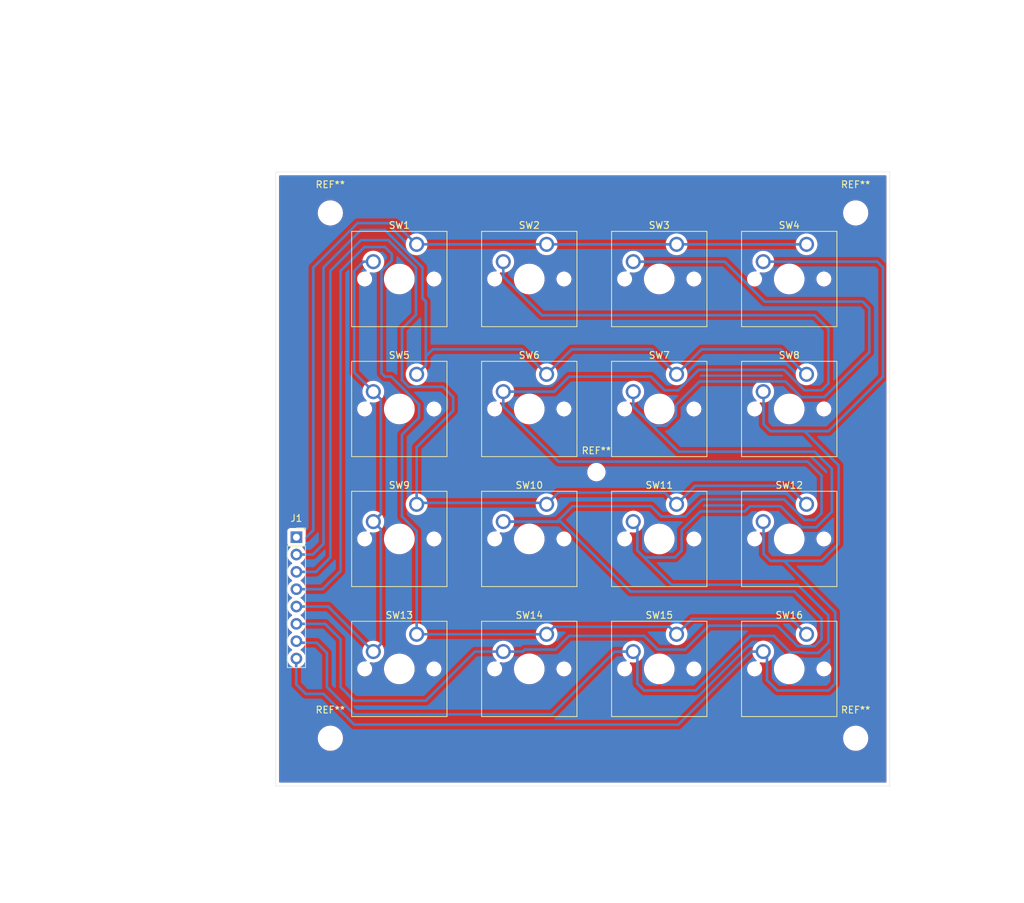
<source format=kicad_pcb>
(kicad_pcb (version 20241229) (generator "pcbnew") (generator_version "9.0")
  (title_block (title "Chrustler Keypad") (date "2025-11-7"))
  (layers (0 "F.Cu" signal) (2 "B.Cu" signal) (13 "F.Paste" user) (15 "B.Paste" user) (5 "F.SilkS" user "F.Silkscreen") (7 "B.SilkS" user "B.Silkscreen") (1 "F.Mask" user) (3 "B.Mask" user) (25 "Edge.Cuts" user))
  (net 0 "")
  (net 1 "Net-(J1-Pin_1)")
  (net 2 "Net-(J1-Pin_5)")
  (net 3 "Net-(J1-Pin_6)")
  (net 4 "Net-(J1-Pin_7)")
  (net 5 "Net-(J1-Pin_8)")
  (net 6 "Net-(J1-Pin_2)")
  (net 7 "Net-(J1-Pin_3)")
  (net 8 "Net-(J1-Pin_4)")
  (footprint "Button_Switch_Keyboard:SW_Cherry_MX_1.00u_PCB" (layer "F.Cu") (at 177.8 92.71)
    (property "Reference" "SW12" (at -2.54 -2.794 0) (layer "F.SilkS"))
    (property "Value" "SW_Push" (hide yes))
    (fp_line (start -9.525 -1.905) (end 4.445 -1.905) (stroke (width 0.12)) (layer "F.SilkS"))
    (fp_line (start -9.525 12.065) (end -9.525 -1.905) (stroke (width 0.12)) (layer "F.SilkS"))
    (fp_line (start 4.445 -1.905) (end 4.445 12.065) (stroke (width 0.12)) (layer "F.SilkS"))
    (fp_line (start 4.445 12.065) (end -9.525 12.065) (stroke (width 0.12)) (layer "F.SilkS"))
    (pad "" np_thru_hole circle (at -7.62 5.08) (size 1.7 1.7) (drill 1.7) (layers "*.Cu" "*.Mask"))
    (pad "" np_thru_hole circle (at -2.54 5.08) (size 4 4) (drill 4) (layers "*.Cu" "*.Mask"))
    (pad "" np_thru_hole circle (at 2.54 5.08) (size 1.7 1.7) (drill 1.7) (layers "*.Cu" "*.Mask"))
    (pad "1" thru_hole circle (at 0 0) (size 2.2 2.2) (drill 1.5) (layers "*.Cu" "*.Mask") (net 7 "Net-(J1-Pin_3)"))
    (pad "2" thru_hole circle (at -6.35 2.54) (size 2.2 2.2) (drill 1.5) (layers "*.Cu" "*.Mask") (net 5 "Net-(J1-Pin_8)"))
  )
  (footprint "Button_Switch_Keyboard:SW_Cherry_MX_1.00u_PCB" (layer "F.Cu") (at 177.8 111.76)
    (property "Reference" "SW16" (at -2.54 -2.794 0) (layer "F.SilkS"))
    (property "Value" "SW_Push" (hide yes))
    (fp_line (start -9.525 -1.905) (end 4.445 -1.905) (stroke (width 0.12)) (layer "F.SilkS"))
    (fp_line (start -9.525 12.065) (end -9.525 -1.905) (stroke (width 0.12)) (layer "F.SilkS"))
    (fp_line (start 4.445 -1.905) (end 4.445 12.065) (stroke (width 0.12)) (layer "F.SilkS"))
    (fp_line (start 4.445 12.065) (end -9.525 12.065) (stroke (width 0.12)) (layer "F.SilkS"))
    (pad "" np_thru_hole circle (at -7.62 5.08) (size 1.7 1.7) (drill 1.7) (layers "*.Cu" "*.Mask"))
    (pad "" np_thru_hole circle (at -2.54 5.08) (size 4 4) (drill 4) (layers "*.Cu" "*.Mask"))
    (pad "" np_thru_hole circle (at 2.54 5.08) (size 1.7 1.7) (drill 1.7) (layers "*.Cu" "*.Mask"))
    (pad "1" thru_hole circle (at 0 0) (size 2.2 2.2) (drill 1.5) (layers "*.Cu" "*.Mask") (net 8 "Net-(J1-Pin_4)"))
    (pad "2" thru_hole circle (at -6.35 2.54) (size 2.2 2.2) (drill 1.5) (layers "*.Cu" "*.Mask") (net 5 "Net-(J1-Pin_8)"))
  )
  (footprint "Button_Switch_Keyboard:SW_Cherry_MX_1.00u_PCB" (layer "F.Cu") (at 158.75 92.71)
    (property "Reference" "SW11" (at -2.54 -2.794 0) (layer "F.SilkS"))
    (property "Value" "SW_Push" (hide yes))
    (fp_line (start -9.525 -1.905) (end 4.445 -1.905) (stroke (width 0.12)) (layer "F.SilkS"))
    (fp_line (start -9.525 12.065) (end -9.525 -1.905) (stroke (width 0.12)) (layer "F.SilkS"))
    (fp_line (start 4.445 -1.905) (end 4.445 12.065) (stroke (width 0.12)) (layer "F.SilkS"))
    (fp_line (start 4.445 12.065) (end -9.525 12.065) (stroke (width 0.12)) (layer "F.SilkS"))
    (pad "" np_thru_hole circle (at -7.62 5.08) (size 1.7 1.7) (drill 1.7) (layers "*.Cu" "*.Mask"))
    (pad "" np_thru_hole circle (at -2.54 5.08) (size 4 4) (drill 4) (layers "*.Cu" "*.Mask"))
    (pad "" np_thru_hole circle (at 2.54 5.08) (size 1.7 1.7) (drill 1.7) (layers "*.Cu" "*.Mask"))
    (pad "1" thru_hole circle (at 0 0) (size 2.2 2.2) (drill 1.5) (layers "*.Cu" "*.Mask") (net 7 "Net-(J1-Pin_3)"))
    (pad "2" thru_hole circle (at -6.35 2.54) (size 2.2 2.2) (drill 1.5) (layers "*.Cu" "*.Mask") (net 4 "Net-(J1-Pin_7)"))
  )
  (footprint "MountingHole:MountingHole_3.2mm_M3" (layer "F.Cu") (at 108 127)
    (property "Reference" "REF**" (at 0 -4.15 0) (layer "F.SilkS"))
    (property "Value" "MountingHole_3.2mm_M3")
    (pad "" np_thru_hole circle (at 0 0) (size 3.2 3.2) (drill 3.2) (layers "*.Cu" "*.Mask"))
  )
  (footprint "Button_Switch_Keyboard:SW_Cherry_MX_1.00u_PCB" (layer "F.Cu") (at 139.7 92.71)
    (property "Reference" "SW10" (at -2.54 -2.794 0) (layer "F.SilkS"))
    (property "Value" "SW_Push" (hide yes))
    (fp_line (start -9.525 -1.905) (end 4.445 -1.905) (stroke (width 0.12)) (layer "F.SilkS"))
    (fp_line (start -9.525 12.065) (end -9.525 -1.905) (stroke (width 0.12)) (layer "F.SilkS"))
    (fp_line (start 4.445 -1.905) (end 4.445 12.065) (stroke (width 0.12)) (layer "F.SilkS"))
    (fp_line (start 4.445 12.065) (end -9.525 12.065) (stroke (width 0.12)) (layer "F.SilkS"))
    (pad "" np_thru_hole circle (at -7.62 5.08) (size 1.7 1.7) (drill 1.7) (layers "*.Cu" "*.Mask"))
    (pad "" np_thru_hole circle (at -2.54 5.08) (size 4 4) (drill 4) (layers "*.Cu" "*.Mask"))
    (pad "" np_thru_hole circle (at 2.54 5.08) (size 1.7 1.7) (drill 1.7) (layers "*.Cu" "*.Mask"))
    (pad "1" thru_hole circle (at 0 0) (size 2.2 2.2) (drill 1.5) (layers "*.Cu" "*.Mask") (net 7 "Net-(J1-Pin_3)"))
    (pad "2" thru_hole circle (at -6.35 2.54) (size 2.2 2.2) (drill 1.5) (layers "*.Cu" "*.Mask") (net 3 "Net-(J1-Pin_6)"))
  )
  (footprint "Button_Switch_Keyboard:SW_Cherry_MX_1.00u_PCB" (layer "F.Cu") (at 158.75 54.61)
    (property "Reference" "SW3" (at -2.54 -2.794 0) (layer "F.SilkS"))
    (property "Value" "SW_Push" (hide yes))
    (fp_line (start -9.525 -1.905) (end 4.445 -1.905) (stroke (width 0.12)) (layer "F.SilkS"))
    (fp_line (start -9.525 12.065) (end -9.525 -1.905) (stroke (width 0.12)) (layer "F.SilkS"))
    (fp_line (start 4.445 -1.905) (end 4.445 12.065) (stroke (width 0.12)) (layer "F.SilkS"))
    (fp_line (start 4.445 12.065) (end -9.525 12.065) (stroke (width 0.12)) (layer "F.SilkS"))
    (pad "" np_thru_hole circle (at -7.62 5.08) (size 1.7 1.7) (drill 1.7) (layers "*.Cu" "*.Mask"))
    (pad "" np_thru_hole circle (at -2.54 5.08) (size 4 4) (drill 4) (layers "*.Cu" "*.Mask"))
    (pad "" np_thru_hole circle (at 2.54 5.08) (size 1.7 1.7) (drill 1.7) (layers "*.Cu" "*.Mask"))
    (pad "1" thru_hole circle (at 0 0) (size 2.2 2.2) (drill 1.5) (layers "*.Cu" "*.Mask") (net 1 "Net-(J1-Pin_1)"))
    (pad "2" thru_hole circle (at -6.35 2.54) (size 2.2 2.2) (drill 1.5) (layers "*.Cu" "*.Mask") (net 4 "Net-(J1-Pin_7)"))
  )
  (footprint "Button_Switch_Keyboard:SW_Cherry_MX_1.00u_PCB" (layer "F.Cu") (at 120.65 73.66)
    (property "Reference" "SW5" (at -2.54 -2.794 0) (layer "F.SilkS"))
    (property "Value" "SW_Push")
    (fp_line (start -9.525 -1.905) (end 4.445 -1.905) (stroke (width 0.12)) (layer "F.SilkS"))
    (fp_line (start -9.525 12.065) (end -9.525 -1.905) (stroke (width 0.12)) (layer "F.SilkS"))
    (fp_line (start 4.445 -1.905) (end 4.445 12.065) (stroke (width 0.12)) (layer "F.SilkS"))
    (fp_line (start 4.445 12.065) (end -9.525 12.065) (stroke (width 0.12)) (layer "F.SilkS"))
    (pad "" np_thru_hole circle (at -7.62 5.08) (size 1.7 1.7) (drill 1.7) (layers "*.Cu" "*.Mask"))
    (pad "" np_thru_hole circle (at -2.54 5.08) (size 4 4) (drill 4) (layers "*.Cu" "*.Mask"))
    (pad "" np_thru_hole circle (at 2.54 5.08) (size 1.7 1.7) (drill 1.7) (layers "*.Cu" "*.Mask"))
    (pad "1" thru_hole circle (at 0 0) (size 2.2 2.2) (drill 1.5) (layers "*.Cu" "*.Mask") (net 6 "Net-(J1-Pin_2)"))
    (pad "2" thru_hole circle (at -6.35 2.54) (size 2.2 2.2) (drill 1.5) (layers "*.Cu" "*.Mask") (net 2 "Net-(J1-Pin_5)"))
  )
  (footprint "Button_Switch_Keyboard:SW_Cherry_MX_1.00u_PCB" (layer "F.Cu") (at 139.7 73.66)
    (property "Reference" "SW6" (at -2.54 -2.794 0) (layer "F.SilkS"))
    (property "Value" "SW_Push" (hide yes))
    (fp_line (start -9.525 -1.905) (end 4.445 -1.905) (stroke (width 0.12)) (layer "F.SilkS"))
    (fp_line (start -9.525 12.065) (end -9.525 -1.905) (stroke (width 0.12)) (layer "F.SilkS"))
    (fp_line (start 4.445 -1.905) (end 4.445 12.065) (stroke (width 0.12)) (layer "F.SilkS"))
    (fp_line (start 4.445 12.065) (end -9.525 12.065) (stroke (width 0.12)) (layer "F.SilkS"))
    (pad "" np_thru_hole circle (at -7.62 5.08) (size 1.7 1.7) (drill 1.7) (layers "*.Cu" "*.Mask"))
    (pad "" np_thru_hole circle (at -2.54 5.08) (size 4 4) (drill 4) (layers "*.Cu" "*.Mask"))
    (pad "" np_thru_hole circle (at 2.54 5.08) (size 1.7 1.7) (drill 1.7) (layers "*.Cu" "*.Mask"))
    (pad "1" thru_hole circle (at 0 0) (size 2.2 2.2) (drill 1.5) (layers "*.Cu" "*.Mask") (net 6 "Net-(J1-Pin_2)"))
    (pad "2" thru_hole circle (at -6.35 2.54) (size 2.2 2.2) (drill 1.5) (layers "*.Cu" "*.Mask") (net 3 "Net-(J1-Pin_6)"))
  )
  (footprint "Button_Switch_Keyboard:SW_Cherry_MX_1.00u_PCB" (layer "F.Cu") (at 177.8 73.66)
    (property "Reference" "SW8" (at -2.54 -2.794 0) (layer "F.SilkS"))
    (property "Value" "SW_Push" (hide yes))
    (fp_line (start -9.525 -1.905) (end 4.445 -1.905) (stroke (width 0.12)) (layer "F.SilkS"))
    (fp_line (start -9.525 12.065) (end -9.525 -1.905) (stroke (width 0.12)) (layer "F.SilkS"))
    (fp_line (start 4.445 -1.905) (end 4.445 12.065) (stroke (width 0.12)) (layer "F.SilkS"))
    (fp_line (start 4.445 12.065) (end -9.525 12.065) (stroke (width 0.12)) (layer "F.SilkS"))
    (pad "" np_thru_hole circle (at -7.62 5.08) (size 1.7 1.7) (drill 1.7) (layers "*.Cu" "*.Mask"))
    (pad "" np_thru_hole circle (at -2.54 5.08) (size 4 4) (drill 4) (layers "*.Cu" "*.Mask"))
    (pad "" np_thru_hole circle (at 2.54 5.08) (size 1.7 1.7) (drill 1.7) (layers "*.Cu" "*.Mask"))
    (pad "1" thru_hole circle (at 0 0) (size 2.2 2.2) (drill 1.5) (layers "*.Cu" "*.Mask") (net 6 "Net-(J1-Pin_2)"))
    (pad "2" thru_hole circle (at -6.35 2.54) (size 2.2 2.2) (drill 1.5) (layers "*.Cu" "*.Mask") (net 5 "Net-(J1-Pin_8)"))
  )
  (footprint "Button_Switch_Keyboard:SW_Cherry_MX_1.00u_PCB" (layer "F.Cu") (at 139.7 54.61)
    (property "Reference" "SW2" (at -2.54 -2.794 0) (layer "F.SilkS"))
    (property "Value" "SW_Push" (hide yes))
    (fp_line (start -9.525 -1.905) (end 4.445 -1.905) (stroke (width 0.12)) (layer "F.SilkS"))
    (fp_line (start -9.525 12.065) (end -9.525 -1.905) (stroke (width 0.12)) (layer "F.SilkS"))
    (fp_line (start 4.445 -1.905) (end 4.445 12.065) (stroke (width 0.12)) (layer "F.SilkS"))
    (fp_line (start 4.445 12.065) (end -9.525 12.065) (stroke (width 0.12)) (layer "F.SilkS"))
    (pad "" np_thru_hole circle (at -7.62 5.08) (size 1.7 1.7) (drill 1.7) (layers "*.Cu" "*.Mask"))
    (pad "" np_thru_hole circle (at -2.54 5.08) (size 4 4) (drill 4) (layers "*.Cu" "*.Mask"))
    (pad "" np_thru_hole circle (at 2.54 5.08) (size 1.7 1.7) (drill 1.7) (layers "*.Cu" "*.Mask"))
    (pad "1" thru_hole circle (at 0 0) (size 2.2 2.2) (drill 1.5) (layers "*.Cu" "*.Mask") (net 1 "Net-(J1-Pin_1)"))
    (pad "2" thru_hole circle (at -6.35 2.54) (size 2.2 2.2) (drill 1.5) (layers "*.Cu" "*.Mask") (net 3 "Net-(J1-Pin_6)"))
  )
  (footprint "Button_Switch_Keyboard:SW_Cherry_MX_1.00u_PCB" (layer "F.Cu") (at 139.7 111.76)
    (property "Reference" "SW14" (at -2.54 -2.794 0) (layer "F.SilkS"))
    (property "Value" "SW_Push" (hide yes))
    (fp_line (start -9.525 -1.905) (end 4.445 -1.905) (stroke (width 0.12)) (layer "F.SilkS"))
    (fp_line (start -9.525 12.065) (end -9.525 -1.905) (stroke (width 0.12)) (layer "F.SilkS"))
    (fp_line (start 4.445 -1.905) (end 4.445 12.065) (stroke (width 0.12)) (layer "F.SilkS"))
    (fp_line (start 4.445 12.065) (end -9.525 12.065) (stroke (width 0.12)) (layer "F.SilkS"))
    (pad "" np_thru_hole circle (at -7.62 5.08) (size 1.7 1.7) (drill 1.7) (layers "*.Cu" "*.Mask"))
    (pad "" np_thru_hole circle (at -2.54 5.08) (size 4 4) (drill 4) (layers "*.Cu" "*.Mask"))
    (pad "" np_thru_hole circle (at 2.54 5.08) (size 1.7 1.7) (drill 1.7) (layers "*.Cu" "*.Mask"))
    (pad "1" thru_hole circle (at 0 0) (size 2.2 2.2) (drill 1.5) (layers "*.Cu" "*.Mask") (net 8 "Net-(J1-Pin_4)"))
    (pad "2" thru_hole circle (at -6.35 2.54) (size 2.2 2.2) (drill 1.5) (layers "*.Cu" "*.Mask") (net 3 "Net-(J1-Pin_6)"))
  )
  (footprint "MountingHole:MountingHole_3.2mm_M3" (layer "F.Cu") (at 185 127)
    (property "Reference" "REF**" (at 0 -4.15 0) (layer "F.SilkS"))
    (property "Value" "MountingHole_3.2mm_M3")
    (pad "" np_thru_hole circle (at 0 0) (size 3.2 3.2) (drill 3.2) (layers "*.Cu" "*.Mask"))
  )
  (footprint "MountingHole:MountingHole_3.2mm_M3" (layer "F.Cu") (at 185 50)
    (property "Reference" "REF**" (at 0 -4.15 0) (layer "F.SilkS"))
    (property "Value" "MountingHole_3.2mm_M3")
    (pad "" np_thru_hole circle (at 0 0) (size 3.2 3.2) (drill 3.2) (layers "*.Cu" "*.Mask"))
  )
  (footprint "MountingHole:MountingHole_2.2mm_M2" (layer "F.Cu") (at 147 88)
    (property "Reference" "REF**" (at 0 -3.15 0) (layer "F.SilkS"))
    (property "Value" "MountingHole_2.2mm_M2")
    (pad "" np_thru_hole circle (at 0 0) (size 2.2 2.2) (drill 2.2) (layers "*.Cu" "*.Mask"))
  )
  (footprint "Button_Switch_Keyboard:SW_Cherry_MX_1.00u_PCB" (layer "F.Cu") (at 158.75 73.66)
    (property "Reference" "SW7" (at -2.54 -2.794 0) (layer "F.SilkS"))
    (property "Value" "SW_Push" (hide yes))
    (fp_line (start -9.525 -1.905) (end 4.445 -1.905) (stroke (width 0.12)) (layer "F.SilkS"))
    (fp_line (start -9.525 12.065) (end -9.525 -1.905) (stroke (width 0.12)) (layer "F.SilkS"))
    (fp_line (start 4.445 -1.905) (end 4.445 12.065) (stroke (width 0.12)) (layer "F.SilkS"))
    (fp_line (start 4.445 12.065) (end -9.525 12.065) (stroke (width 0.12)) (layer "F.SilkS"))
    (pad "" np_thru_hole circle (at -7.62 5.08) (size 1.7 1.7) (drill 1.7) (layers "*.Cu" "*.Mask"))
    (pad "" np_thru_hole circle (at -2.54 5.08) (size 4 4) (drill 4) (layers "*.Cu" "*.Mask"))
    (pad "" np_thru_hole circle (at 2.54 5.08) (size 1.7 1.7) (drill 1.7) (layers "*.Cu" "*.Mask"))
    (pad "1" thru_hole circle (at 0 0) (size 2.2 2.2) (drill 1.5) (layers "*.Cu" "*.Mask") (net 6 "Net-(J1-Pin_2)"))
    (pad "2" thru_hole circle (at -6.35 2.54) (size 2.2 2.2) (drill 1.5) (layers "*.Cu" "*.Mask") (net 4 "Net-(J1-Pin_7)"))
  )
  (footprint "Button_Switch_Keyboard:SW_Cherry_MX_1.00u_PCB" (layer "F.Cu") (at 120.65 92.71)
    (property "Reference" "SW9" (at -2.54 -2.794 0) (layer "F.SilkS"))
    (property "Value" "SW_Push" (hide yes))
    (fp_line (start -9.525 -1.905) (end 4.445 -1.905) (stroke (width 0.12)) (layer "F.SilkS"))
    (fp_line (start -9.525 12.065) (end -9.525 -1.905) (stroke (width 0.12)) (layer "F.SilkS"))
    (fp_line (start 4.445 -1.905) (end 4.445 12.065) (stroke (width 0.12)) (layer "F.SilkS"))
    (fp_line (start 4.445 12.065) (end -9.525 12.065) (stroke (width 0.12)) (layer "F.SilkS"))
    (pad "" np_thru_hole circle (at -7.62 5.08) (size 1.7 1.7) (drill 1.7) (layers "*.Cu" "*.Mask"))
    (pad "" np_thru_hole circle (at -2.54 5.08) (size 4 4) (drill 4) (layers "*.Cu" "*.Mask"))
    (pad "" np_thru_hole circle (at 2.54 5.08) (size 1.7 1.7) (drill 1.7) (layers "*.Cu" "*.Mask"))
    (pad "1" thru_hole circle (at 0 0) (size 2.2 2.2) (drill 1.5) (layers "*.Cu" "*.Mask") (net 7 "Net-(J1-Pin_3)"))
    (pad "2" thru_hole circle (at -6.35 2.54) (size 2.2 2.2) (drill 1.5) (layers "*.Cu" "*.Mask") (net 2 "Net-(J1-Pin_5)"))
  )
  (footprint "Button_Switch_Keyboard:SW_Cherry_MX_1.00u_PCB" (layer "F.Cu") (at 177.8 54.61)
    (property "Reference" "SW4" (at -2.54 -2.794 0) (layer "F.SilkS"))
    (property "Value" "SW_Push" (hide yes))
    (fp_line (start -9.525 -1.905) (end 4.445 -1.905) (stroke (width 0.12)) (layer "F.SilkS"))
    (fp_line (start -9.525 12.065) (end -9.525 -1.905) (stroke (width 0.12)) (layer "F.SilkS"))
    (fp_line (start 4.445 -1.905) (end 4.445 12.065) (stroke (width 0.12)) (layer "F.SilkS"))
    (fp_line (start 4.445 12.065) (end -9.525 12.065) (stroke (width 0.12)) (layer "F.SilkS"))
    (pad "" np_thru_hole circle (at -7.62 5.08) (size 1.7 1.7) (drill 1.7) (layers "*.Cu" "*.Mask"))
    (pad "" np_thru_hole circle (at -2.54 5.08) (size 4 4) (drill 4) (layers "*.Cu" "*.Mask"))
    (pad "" np_thru_hole circle (at 2.54 5.08) (size 1.7 1.7) (drill 1.7) (layers "*.Cu" "*.Mask"))
    (pad "1" thru_hole circle (at 0 0) (size 2.2 2.2) (drill 1.5) (layers "*.Cu" "*.Mask") (net 1 "Net-(J1-Pin_1)"))
    (pad "2" thru_hole circle (at -6.35 2.54) (size 2.2 2.2) (drill 1.5) (layers "*.Cu" "*.Mask") (net 5 "Net-(J1-Pin_8)"))
  )
  (footprint "Button_Switch_Keyboard:SW_Cherry_MX_1.00u_PCB" (layer "F.Cu") (at 120.65 111.76)
    (property "Reference" "SW13" (at -2.54 -2.794 0) (layer "F.SilkS"))
    (property "Value" "SW_Push" (hide yes))
    (fp_line (start -9.525 -1.905) (end 4.445 -1.905) (stroke (width 0.12)) (layer "F.SilkS"))
    (fp_line (start -9.525 12.065) (end -9.525 -1.905) (stroke (width 0.12)) (layer "F.SilkS"))
    (fp_line (start 4.445 -1.905) (end 4.445 12.065) (stroke (width 0.12)) (layer "F.SilkS"))
    (fp_line (start 4.445 12.065) (end -9.525 12.065) (stroke (width 0.12)) (layer "F.SilkS"))
    (pad "" np_thru_hole circle (at -7.62 5.08) (size 1.7 1.7) (drill 1.7) (layers "*.Cu" "*.Mask"))
    (pad "" np_thru_hole circle (at -2.54 5.08) (size 4 4) (drill 4) (layers "*.Cu" "*.Mask"))
    (pad "" np_thru_hole circle (at 2.54 5.08) (size 1.7 1.7) (drill 1.7) (layers "*.Cu" "*.Mask"))
    (pad "1" thru_hole circle (at 0 0) (size 2.2 2.2) (drill 1.5) (layers "*.Cu" "*.Mask") (net 8 "Net-(J1-Pin_4)"))
    (pad "2" thru_hole circle (at -6.35 2.54) (size 2.2 2.2) (drill 1.5) (layers "*.Cu" "*.Mask") (net 2 "Net-(J1-Pin_5)"))
  )
  (footprint "Connector_PinSocket_2.54mm:PinSocket_1x08_P2.54mm_Vertical" (layer "F.Cu") (at 103.025 97.536)
    (property "Reference" "J1" (at 0 -2.77 0) (layer "F.SilkS"))
    (property "Value" "Conn_01x08_Socket")
    (fp_line (start -1.33 1.27) (end -1.33 19.11) (stroke (width 0.12)) (layer "F.SilkS"))
    (fp_line (start -1.33 1.27) (end 1.33 1.27) (stroke (width 0.12)) (layer "F.SilkS"))
    (fp_line (start -1.33 19.11) (end 1.33 19.11) (stroke (width 0.12)) (layer "F.SilkS"))
    (fp_line (start 0 -1.33) (end 1.33 -1.33) (stroke (width 0.12)) (layer "F.SilkS"))
    (fp_line (start 1.33 -1.33) (end 1.33 0) (stroke (width 0.12)) (layer "F.SilkS"))
    (fp_line (start 1.33 1.27) (end 1.33 19.11) (stroke (width 0.12)) (layer "F.SilkS"))
    (pad "1" thru_hole rect (at 0 0) (size 1.7 1.7) (drill 1) (layers "*.Cu" "*.Mask") (net 1 "Net-(J1-Pin_1)"))
    (pad "2" thru_hole circle (at 0 2.54) (size 1.7 1.7) (drill 1) (layers "*.Cu" "*.Mask") (net 6 "Net-(J1-Pin_2)"))
    (pad "3" thru_hole circle (at 0 5.08) (size 1.7 1.7) (drill 1) (layers "*.Cu" "*.Mask") (net 7 "Net-(J1-Pin_3)"))
    (pad "4" thru_hole circle (at 0 7.62) (size 1.7 1.7) (drill 1) (layers "*.Cu" "*.Mask") (net 8 "Net-(J1-Pin_4)"))
    (pad "5" thru_hole circle (at 0 10.16) (size 1.7 1.7) (drill 1) (layers "*.Cu" "*.Mask") (net 2 "Net-(J1-Pin_5)"))
    (pad "6" thru_hole circle (at 0 12.7) (size 1.7 1.7) (drill 1) (layers "*.Cu" "*.Mask") (net 3 "Net-(J1-Pin_6)"))
    (pad "7" thru_hole circle (at 0 15.24) (size 1.7 1.7) (drill 1) (layers "*.Cu" "*.Mask") (net 4 "Net-(J1-Pin_7)"))
    (pad "8" thru_hole circle (at 0 17.78) (size 1.7 1.7) (drill 1) (layers "*.Cu" "*.Mask") (net 5 "Net-(J1-Pin_8)"))
  )
  (footprint "Button_Switch_Keyboard:SW_Cherry_MX_1.00u_PCB" (layer "F.Cu") (at 120.65 54.61)
    (property "Reference" "SW1" (at -2.54 -2.794 0) (layer "F.SilkS"))
    (property "Value" "SW_Push" (hide yes))
    (fp_line (start -9.525 -1.905) (end 4.445 -1.905) (stroke (width 0.12)) (layer "F.SilkS"))
    (fp_line (start -9.525 12.065) (end -9.525 -1.905) (stroke (width 0.12)) (layer "F.SilkS"))
    (fp_line (start 4.445 -1.905) (end 4.445 12.065) (stroke (width 0.12)) (layer "F.SilkS"))
    (fp_line (start 4.445 12.065) (end -9.525 12.065) (stroke (width 0.12)) (layer "F.SilkS"))
    (pad "" np_thru_hole circle (at -7.62 5.08) (size 1.7 1.7) (drill 1.7) (layers "*.Cu" "*.Mask"))
    (pad "" np_thru_hole circle (at -2.54 5.08) (size 4 4) (drill 4) (layers "*.Cu" "*.Mask"))
    (pad "" np_thru_hole circle (at 2.54 5.08) (size 1.7 1.7) (drill 1.7) (layers "*.Cu" "*.Mask"))
    (pad "1" thru_hole circle (at 0 0) (size 2.2 2.2) (drill 1.5) (layers "*.Cu" "*.Mask") (net 1 "Net-(J1-Pin_1)"))
    (pad "2" thru_hole circle (at -6.35 2.54) (size 2.2 2.2) (drill 1.5) (layers "*.Cu" "*.Mask") (net 2 "Net-(J1-Pin_5)"))
  )
  (footprint "Button_Switch_Keyboard:SW_Cherry_MX_1.00u_PCB" (layer "F.Cu") (at 158.75 111.76)
    (property "Reference" "SW15" (at -2.54 -2.794 0) (layer "F.SilkS"))
    (property "Value" "SW_Push" (hide yes))
    (fp_line (start -9.525 -1.905) (end 4.445 -1.905) (stroke (width 0.12)) (layer "F.SilkS"))
    (fp_line (start -9.525 12.065) (end -9.525 -1.905) (stroke (width 0.12)) (layer "F.SilkS"))
    (fp_line (start 4.445 -1.905) (end 4.445 12.065) (stroke (width 0.12)) (layer "F.SilkS"))
    (fp_line (start 4.445 12.065) (end -9.525 12.065) (stroke (width 0.12)) (layer "F.SilkS"))
    (pad "" np_thru_hole circle (at -7.62 5.08) (size 1.7 1.7) (drill 1.7) (layers "*.Cu" "*.Mask"))
    (pad "" np_thru_hole circle (at -2.54 5.08) (size 4 4) (drill 4) (layers "*.Cu" "*.Mask"))
    (pad "" np_thru_hole circle (at 2.54 5.08) (size 1.7 1.7) (drill 1.7) (layers "*.Cu" "*.Mask"))
    (pad "1" thru_hole circle (at 0 0) (size 2.2 2.2) (drill 1.5) (layers "*.Cu" "*.Mask") (net 8 "Net-(J1-Pin_4)"))
    (pad "2" thru_hole circle (at -6.35 2.54) (size 2.2 2.2) (drill 1.5) (layers "*.Cu" "*.Mask") (net 4 "Net-(J1-Pin_7)"))
  )
  (footprint "MountingHole:MountingHole_3.2mm_M3" (layer "F.Cu") (at 108 50)
    (property "Reference" "REF**" (at 0 -4.15 0) (layer "F.SilkS"))
    (property "Value" "MountingHole_3.2mm_M3")
    (pad "" np_thru_hole circle (at 0 0) (size 3.2 3.2) (drill 3.2) (layers "*.Cu" "*.Mask"))
  )
  (gr_line (start 190 44) (end 190 134) (stroke (width 0.05)) (layer "Edge.Cuts"))
  (gr_line (start 100 44) (end 190 44) (stroke (width 0.05)) (layer "Edge.Cuts"))
  (gr_line (start 100 134) (end 100 44) (stroke (width 0.05)) (layer "Edge.Cuts"))
  (gr_line (start 190 134) (end 100 134) (stroke (width 0.05)) (layer "Edge.Cuts"))
  (segment (start 120.65 54.61) (end 177.8 54.61) (width 0.381) (layer "B.Cu") (net 1))
  (segment (start 112 51.5) (end 105.5 58) (width 0.381) (layer "B.Cu") (net 1))
  (segment (start 120.65 54.61) (end 120.61 54.61) (width 0.381) (layer "B.Cu") (net 1))
  (segment (start 120.61 54.61) (end 117.5 51.5) (width 0.381) (layer "B.Cu") (net 1))
  (segment (start 105.5 58) (end 105.5 96.5) (width 0.381) (layer "B.Cu") (net 1))
  (segment (start 117.5 51.5) (end 112 51.5) (width 0.381) (layer "B.Cu") (net 1))
  (segment (start 105.5 96.5) (end 104.464 97.536) (width 0.381) (layer "B.Cu") (net 1))
  (segment (start 115.399999 94.150001) (end 114.3 95.25) (width 0.381) (layer "B.Cu") (net 2))
  (segment (start 114.3 95.25) (end 115.399999 96.349999) (width 0.381) (layer "B.Cu") (net 2))
  (segment (start 107.696 107.696) (end 103.025 107.696) (width 0.381) (layer "B.Cu") (net 2))
  (segment (start 114.3 76.2) (end 115.399999 77.299999) (width 0.381) (layer "B.Cu") (net 2))
  (segment (start 114.3 114.3) (end 107.696 107.696) (width 0.381) (layer "B.Cu") (net 2))
  (segment (start 111.5 58.5) (end 112.85 57.15) (width 0.381) (layer "B.Cu") (net 2))
  (segment (start 114.3 76.2) (end 111.5 73.4) (width 0.381) (layer "B.Cu") (net 2))
  (segment (start 112.85 57.15) (end 114.3 57.15) (width 0.381) (layer "B.Cu") (net 2))
  (segment (start 115.399999 113.200001) (end 114.3 114.3) (width 0.381) (layer "B.Cu") (net 2))
  (segment (start 115.399999 77.299999) (end 115.399999 94.150001) (width 0.381) (layer "B.Cu") (net 2))
  (segment (start 115.399999 96.349999) (end 115.399999 113.200001) (width 0.381) (layer "B.Cu") (net 2))
  (segment (start 111.5 73.4) (end 111.5 58.5) (width 0.381) (layer "B.Cu") (net 2))
  (segment (start 179 95) (end 177.5 95) (width 0.381) (layer "B.Cu") (net 3))
  (segment (start 109.5 112.5) (end 107.236 110.236) (width 0.381) (layer "B.Cu") (net 3))
  (segment (start 139.017198 65) (end 179 65) (width 0.381) (layer "B.Cu") (net 3))
  (segment (start 176 105.5) (end 180 109.5) (width 0.381) (layer "B.Cu") (net 3))
  (segment (start 133.35 76.2) (end 133.35 78.382802) (width 0.381) (layer "B.Cu") (net 3))
  (segment (start 133.35 57.15) (end 133.35 59.332802) (width 0.381) (layer "B.Cu") (net 3))
  (segment (start 181 75) (end 180 76) (width 0.381) (layer "B.Cu") (net 3))
  (segment (start 155 93) (end 143.5 93) (width 0.381) (layer "B.Cu") (net 3))
  (segment (start 177.5 76) (end 174.5 73) (width 0.381) (layer "B.Cu") (net 3))
  (segment (start 141.25 95.25) (end 133.35 95.25) (width 0.381) (layer "B.Cu") (net 3))
  (segment (start 155 74) (end 143 74) (width 0.381) (layer "B.Cu") (net 3))
  (segment (start 160 94.5) (end 156.5 94.5) (width 0.381) (layer "B.Cu") (net 3))
  (segment (start 141.75 95.25) (end 152 105.5) (width 0.381) (layer "B.Cu") (net 3))
  (segment (start 180 112.5) (end 179 113.5) (width 0.381) (layer "B.Cu") (net 3))
  (segment (start 159 76) (end 157 76) (width 0.381) (layer "B.Cu") (net 3))
  (segment (start 129.2 114.3) (end 122 121.5) (width 0.381) (layer "B.Cu") (net 3))
  (segment (start 122 121.5) (end 111.5 121.5) (width 0.381) (layer "B.Cu") (net 3))
  (segment (start 176.5 113.5) (end 173.5 110.5) (width 0.381) (layer "B.Cu") (net 3))
  (segment (start 133.35 78.382802) (end 141.425698 86.4585) (width 0.381) (layer "B.Cu") (net 3))
  (segment (start 174.5 92) (end 162.5 92) (width 0.381) (layer "B.Cu") (net 3))
  (segment (start 133.35 59.332802) (end 139.017198 65) (width 0.381) (layer "B.Cu") (net 3))
  (segment (start 156 114) (end 154 112) (width 0.381) (layer "B.Cu") (net 3))
  (segment (start 152 105.5) (end 176 105.5) (width 0.381) (layer "B.Cu") (net 3))
  (segment (start 179 113.5) (end 176.5 113.5) (width 0.381) (layer "B.Cu") (net 3))
  (segment (start 179 65) (end 181 67) (width 0.381) (layer "B.Cu") (net 3))
  (segment (start 154 112) (end 143 112) (width 0.381) (layer "B.Cu") (net 3))
  (segment (start 143 74) (end 140.8 76.2) (width 0.381) (layer "B.Cu") (net 3))
  (segment (start 133.35 95.25) (end 141.75 95.25) (width 0.381) (layer "B.Cu") (net 3))
  (segment (start 180 94) (end 179 95) (width 0.381) (layer "B.Cu") (net 3))
  (segment (start 136.2 114.3) (end 133.35 114.3) (width 0.381) (layer "B.Cu") (net 3))
  (segment (start 107.236 110.236) (end 103.025 110.236) (width 0.381) (layer "B.Cu") (net 3))
  (segment (start 141.425698 86.4585) (end 177.9585 86.4585) (width 0.381) (layer "B.Cu") (net 3))
  (segment (start 181 67) (end 181 75) (width 0.381) (layer "B.Cu") (net 3))
  (segment (start 177.5 95) (end 174.5 92) (width 0.381) (layer "B.Cu") (net 3))
  (segment (start 180 109.5) (end 180 112.5) (width 0.381) (layer "B.Cu") (net 3))
  (segment (start 140.8 76.2) (end 133.35 76.2) (width 0.381) (layer "B.Cu") (net 3))
  (segment (start 177.9585 86.4585) (end 180 88.5) (width 0.381) (layer "B.Cu") (net 3))
  (segment (start 143 112) (end 141 114) (width 0.381) (layer "B.Cu") (net 3))
  (segment (start 111.5 121.5) (end 109.5 119.5) (width 0.381) (layer "B.Cu") (net 3))
  (segment (start 133.35 114.3) (end 129.2 114.3) (width 0.381) (layer "B.Cu") (net 3))
  (segment (start 173.5 110.5) (end 163.5 110.5) (width 0.381) (layer "B.Cu") (net 3))
  (segment (start 109.5 119.5) (end 109.5 112.5) (width 0.381) (layer "B.Cu") (net 3))
  (segment (start 162 73) (end 159 76) (width 0.381) (layer "B.Cu") (net 3))
  (segment (start 157 76) (end 155 74) (width 0.381) (layer "B.Cu") (net 3))
  (segment (start 141 114) (end 136.5 114) (width 0.381) (layer "B.Cu") (net 3))
  (segment (start 160 114) (end 156 114) (width 0.381) (layer "B.Cu") (net 3))
  (segment (start 162.5 92) (end 160 94.5) (width 0.381) (layer "B.Cu") (net 3))
  (segment (start 143.5 93) (end 141.25 95.25) (width 0.381) (layer "B.Cu") (net 3))
  (segment (start 163.5 110.5) (end 160 114) (width 0.381) (layer "B.Cu") (net 3))
  (segment (start 180 88.5) (end 180 94) (width 0.381) (layer "B.Cu") (net 3))
  (segment (start 156.5 94.5) (end 155 93) (width 0.381) (layer "B.Cu") (net 3))
  (segment (start 174.5 73) (end 162 73) (width 0.381) (layer "B.Cu") (net 3))
  (segment (start 136.5 114) (end 136.2 114.3) (width 0.381) (layer "B.Cu") (net 3))
  (segment (start 180 76) (end 177.5 76) (width 0.381) (layer "B.Cu") (net 3))
  (segment (start 157.221302 81.1815) (end 155.198698 81.1815) (width 0.381) (layer "B.Cu") (net 4))
  (segment (start 180.411536 77) (end 177 77) (width 0.381) (layer "B.Cu") (net 4))
  (segment (start 179 85) (end 181.5 87.5) (width 0.381) (layer "B.Cu") (net 4))
  (segment (start 140.5 123.5) (end 111.5 123.5) (width 0.381) (layer "B.Cu") (net 4))
  (segment (start 154 100.5) (end 153 99.5) (width 0.381) (layer "B.Cu") (net 4))
  (segment (start 179.241072 96.082) (end 177.082 96.082) (width 0.381) (layer "B.Cu") (net 4))
  (segment (start 173 112) (end 169.537 112) (width 0.381) (layer "B.Cu") (net 4))
  (segment (start 111.5 123.5) (end 107.5 119.5) (width 0.381) (layer "B.Cu") (net 4))
  (segment (start 153 95.85) (end 152.4 95.25) (width 0.381) (layer "B.Cu") (net 4))
  (segment (start 171.663543 63) (end 186 63) (width 0.381) (layer "B.Cu") (net 4))
  (segment (start 158.5 100.5) (end 154 100.5) (width 0.381) (layer "B.Cu") (net 4))
  (segment (start 154 100.5) (end 158 104.5) (width 0.381) (layer "B.Cu") (net 4))
  (segment (start 168.7415 93.7585) (end 162.2415 93.7585) (width 0.381) (layer "B.Cu") (net 4))
  (segment (start 175.3985 114.3985) (end 173 112) (width 0.381) (layer "B.Cu") (net 4))
  (segment (start 181 113) (end 179.5 114.5) (width 0.381) (layer "B.Cu") (net 4))
  (segment (start 103.249 113) (end 103.025 112.776) (width 0.381) (layer "B.Cu") (net 4))
  (segment (start 154 120) (end 153 119) (width 0.381) (layer "B.Cu") (net 4))
  (segment (start 152.4 114.3) (end 149.7 114.3) (width 0.381) (layer "B.Cu") (net 4))
  (segment (start 165.813543 57.15) (end 171.663543 63) (width 0.381) (layer "B.Cu") (net 4))
  (segment (start 181 109) (end 181 113) (width 0.381) (layer "B.Cu") (net 4))
  (segment (start 181.5 93.823072) (end 179.241072 96.082) (width 0.381) (layer "B.Cu") (net 4))
  (segment (start 152.4 78.382802) (end 152.4 76.2) (width 0.381) (layer "B.Cu") (net 4))
  (segment (start 159.017198 85) (end 179 85) (width 0.381) (layer "B.Cu") (net 4))
  (segment (start 177.3985 114.3985) (end 175.3985 114.3985) (width 0.381) (layer "B.Cu") (net 4))
  (segment (start 159.5 99.5) (end 158.5 100.5) (width 0.381) (layer "B.Cu") (net 4))
  (segment (start 177 77) (end 174.7085 74.7085) (width 0.381) (layer "B.Cu") (net 4))
  (segment (start 158.6515 79.751302) (end 157.221302 81.1815) (width 0.381) (layer "B.Cu") (net 4))
  (segment (start 153 114.9) (end 152.4 114.3) (width 0.381) (layer "B.Cu") (net 4))
  (segment (start 149.7 114.3) (end 140.5 123.5) (width 0.381) (layer "B.Cu") (net 4))
  (segment (start 162.114572 74.7085) (end 158.6515 78.171572) (width 0.381) (layer "B.Cu") (net 4))
  (segment (start 169.5 93) (end 168.7415 93.7585) (width 0.381) (layer "B.Cu") (net 4))
  (segment (start 187 70.411536) (end 180.411536 77) (width 0.381) (layer "B.Cu") (net 4))
  (segment (start 152.4 78.382802) (end 159.017198 85) (width 0.381) (layer "B.Cu") (net 4))
  (segment (start 152.4 57.15) (end 165.813543 57.15) (width 0.381) (layer "B.Cu") (net 4))
  (segment (start 106 113) (end 103.249 113) (width 0.381) (layer "B.Cu") (net 4))
  (segment (start 158.6515 78.171572) (end 158.6515 79.751302) (width 0.381) (layer "B.Cu") (net 4))
  (segment (start 174.7085 74.7085) (end 162.114572 74.7085) (width 0.381) (layer "B.Cu") (net 4))
  (segment (start 174 93) (end 169.5 93) (width 0.381) (layer "B.Cu") (net 4))
  (segment (start 169.537 112) (end 161.537 120) (width 0.381) (layer "B.Cu") (net 4))
  (segment (start 177.5 114.5) (end 177.3985 114.3985) (width 0.381) (layer "B.Cu") (net 4))
  (segment (start 186 63) (end 187 64) (width 0.381) (layer "B.Cu") (net 4))
  (segment (start 153 119) (end 153 114.9) (width 0.381) (layer "B.Cu") (net 4))
  (segment (start 176.5 104.5) (end 181 109) (width 0.381) (layer "B.Cu") (net 4))
  (segment (start 181.5 87.5) (end 181.5 93.823072) (width 0.381) (layer "B.Cu") (net 4))
  (segment (start 162.2415 93.7585) (end 159.5 96.5) (width 0.381) (layer "B.Cu") (net 4))
  (segment (start 158 104.5) (end 176.5 104.5) (width 0.381) (layer "B.Cu") (net 4))
  (segment (start 161.537 120) (end 154 120) (width 0.381) (layer "B.Cu") (net 4))
  (segment (start 187 64) (end 187 70.411536) (width 0.381) (layer "B.Cu") (net 4))
  (segment (start 107.5 119.5) (end 107.5 114.5) (width 0.381) (layer "B.Cu") (net 4))
  (segment (start 153 99.5) (end 153 95.85) (width 0.381) (layer "B.Cu") (net 4))
  (segment (start 107.5 114.5) (end 106 113) (width 0.381) (layer "B.Cu") (net 4))
  (segment (start 155.198698 81.1815) (end 152.4 78.382802) (width 0.381) (layer "B.Cu") (net 4))
  (segment (start 179.5 114.5) (end 177.5 114.5) (width 0.381) (layer "B.Cu") (net 4))
  (segment (start 177.082 96.082) (end 174 93) (width 0.381) (layer "B.Cu") (net 4))
  (segment (start 159.5 96.5) (end 159.5 99.5) (width 0.381) (layer "B.Cu") (net 4))
  (segment (start 103 115.341) (end 103.025 115.316) (width 0.381) (layer "B.Cu") (net 5))
  (segment (start 169.7 114.3) (end 159 125) (width 0.381) (layer "B.Cu") (net 5))
  (segment (start 171.5 81) (end 171.5 76.25) (width 0.381) (layer "B.Cu") (net 5))
  (segment (start 182.5 98.5) (end 180 101) (width 0.381) (layer "B.Cu") (net 5))
  (segment (start 180 101) (end 172.5 101) (width 0.381) (layer "B.Cu") (net 5))
  (segment (start 189 74) (end 181 82) (width 0.381) (layer "B.Cu") (net 5))
  (segment (start 188.15 57.15) (end 189 58) (width 0.381) (layer "B.Cu") (net 5))
  (segment (start 171.5 95.3) (end 171.45 95.25) (width 0.381) (layer "B.Cu") (net 5))
  (segment (start 171.5 76.25) (end 171.45 76.2) (width 0.381) (layer "B.Cu") (net 5))
  (segment (start 104.387117 120.5) (end 103 119.112883) (width 0.381) (layer "B.Cu") (net 5))
  (segment (start 182.5 87) (end 182.5 98.5) (width 0.381) (layer "B.Cu") (net 5))
  (segment (start 181 120) (end 173.5 120) (width 0.381) (layer "B.Cu") (net 5))
  (segment (start 107 120.5) (end 104.387117 120.5) (width 0.381) (layer "B.Cu") (net 5))
  (segment (start 159 125) (end 111.5 125) (width 0.381) (layer "B.Cu") (net 5))
  (segment (start 171.45 114.3) (end 169.7 114.3) (width 0.381) (layer "B.Cu") (net 5))
  (segment (start 172 114.85) (end 171.45 114.3) (width 0.381) (layer "B.Cu") (net 5))
  (segment (start 174.5 101) (end 182 108.5) (width 0.381) (layer "B.Cu") (net 5))
  (segment (start 182 108.5) (end 182 119) (width 0.381) (layer "B.Cu") (net 5))
  (segment (start 177.5 82) (end 182.5 87) (width 0.381) (layer "B.Cu") (net 5))
  (segment (start 172.5 101) (end 171.5 100) (width 0.381) (layer "B.Cu") (net 5))
  (segment (start 172.5 82) (end 177.5 82) (width 0.381) (layer "B.Cu") (net 5))
  (segment (start 103 119.112883) (end 103 115.341) (width 0.381) (layer "B.Cu") (net 5))
  (segment (start 173.5 120) (end 172 118.5) (width 0.381) (layer "B.Cu") (net 5))
  (segment (start 172.5 101) (end 174.5 101) (width 0.381) (layer "B.Cu") (net 5))
  (segment (start 171.45 57.15) (end 188.15 57.15) (width 0.381) (layer "B.Cu") (net 5))
  (segment (start 171.5 100) (end 171.5 95.3) (width 0.381) (layer "B.Cu") (net 5))
  (segment (start 189 58) (end 189 74) (width 0.381) (layer "B.Cu") (net 5))
  (segment (start 182 119) (end 181 120) (width 0.381) (layer "B.Cu") (net 5))
  (segment (start 181 82) (end 172.5 82) (width 0.381) (layer "B.Cu") (net 5))
  (segment (start 111.5 125) (end 107 120.5) (width 0.381) (layer "B.Cu") (net 5))
  (segment (start 172 118.5) (end 172 114.85) (width 0.381) (layer "B.Cu") (net 5))
  (segment (start 172.5 82) (end 171.5 81) (width 0.381) (layer "B.Cu") (net 5))
  (segment (start 122 71) (end 122 72.31) (width 0.381) (layer "B.Cu") (net 6))
  (segment (start 143.36 70) (end 139.7 73.66) (width 0.381) (layer "B.Cu") (net 6))
  (segment (start 122 72.31) (end 122 63) (width 0.381) (layer "B.Cu") (net 6))
  (segment (start 122 72.31) (end 120.65 73.66) (width 0.381) (layer "B.Cu") (net 6))
  (segment (start 177.66 73.66) (end 174 70) (width 0.381) (layer "B.Cu") (net 6))
  (segment (start 121.5 62.5) (end 121.5 58) (width 0.381) (layer "B.Cu") (net 6))
  (segment (start 116 52.5) (end 112.5 52.5) (width 0.381) (layer "B.Cu") (net 6))
  (segment (start 112.5 52.5) (end 107 58) (width 0.381) (layer "B.Cu") (net 6))
  (segment (start 121.5 58) (end 116 52.5) (width 0.381) (layer "B.Cu") (net 6))
  (segment (start 177.8 73.66) (end 177.66 73.66) (width 0.381) (layer "B.Cu") (net 6))
  (segment (start 139.7 73.66) (end 136.04 70) (width 0.381) (layer "B.Cu") (net 6))
  (segment (start 122 63) (end 121.5 62.5) (width 0.381) (layer "B.Cu") (net 6))
  (segment (start 105.424 100.076) (end 103.025 100.076) (width 0.381) (layer "B.Cu") (net 6))
  (segment (start 158.75 73.66) (end 155.09 70) (width 0.381) (layer "B.Cu") (net 6))
  (segment (start 107 98.5) (end 105.424 100.076) (width 0.381) (layer "B.Cu") (net 6))
  (segment (start 136.04 70) (end 123 70) (width 0.381) (layer "B.Cu") (net 6))
  (segment (start 155.09 70) (end 143.36 70) (width 0.381) (layer "B.Cu") (net 6))
  (segment (start 162.41 70) (end 158.75 73.66) (width 0.381) (layer "B.Cu") (net 6))
  (segment (start 174 70) (end 162.41 70) (width 0.381) (layer "B.Cu") (net 6))
  (segment (start 107 58) (end 107 98.5) (width 0.381) (layer "B.Cu") (net 6))
  (segment (start 123 70) (end 122 71) (width 0.381) (layer "B.Cu") (net 6))
  (segment (start 118.5 67) (end 120.5515 64.9485) (width 0.381) (layer "B.Cu") (net 7))
  (segment (start 158.75 92.71) (end 161.46 90) (width 0.381) (layer "B.Cu") (net 7))
  (segment (start 105.884 102.616) (end 103.025 102.616) (width 0.381) (layer "B.Cu") (net 7))
  (segment (start 139.49 92.5) (end 120.86 92.5) (width 0.381) (layer "B.Cu") (net 7))
  (segment (start 126 79) (end 126 77) (width 0.381) (layer "B.Cu") (net 7))
  (segment (start 103.5 103) (end 103.116 102.616) (width 0.381) (layer "B.Cu") (net 7))
  (segment (start 119.5 75.5) (end 118.5 74.5) (width 0.381) (layer "B.Cu") (net 7))
  (segment (start 120.5515 64.9485) (end 120.5515 58.0515) (width 0.381) (layer "B.Cu") (net 7))
  (segment (start 120.65 92.71) (end 120.65 84.35) (width 0.381) (layer "B.Cu") (net 7))
  (segment (start 158.75 92.71) (end 157.04 91) (width 0.381) (layer "B.Cu") (net 7))
  (segment (start 108 58.5) (end 108 100.5) (width 0.381) (layer "B.Cu") (net 7))
  (segment (start 118.5 74.5) (end 118.5 67) (width 0.381) (layer "B.Cu") (net 7))
  (segment (start 157.04 91) (end 141.41 91) (width 0.381) (layer "B.Cu") (net 7))
  (segment (start 175.09 90) (end 177.8 92.71) (width 0.381) (layer "B.Cu") (net 7))
  (segment (start 112.5 54) (end 108 58.5) (width 0.381) (layer "B.Cu") (net 7))
  (segment (start 126 77) (end 124.5 75.5) (width 0.381) (layer "B.Cu") (net 7))
  (segment (start 116.5 54) (end 112.5 54) (width 0.381) (layer "B.Cu") (net 7))
  (segment (start 120.65 84.35) (end 126 79) (width 0.381) (layer "B.Cu") (net 7))
  (segment (start 161.46 90) (end 175.09 90) (width 0.381) (layer "B.Cu") (net 7))
  (segment (start 124.5 75.5) (end 119.5 75.5) (width 0.381) (layer "B.Cu") (net 7))
  (segment (start 141.41 91) (end 139.7 92.71) (width 0.381) (layer "B.Cu") (net 7))
  (segment (start 139.7 92.71) (end 139.49 92.5) (width 0.381) (layer "B.Cu") (net 7))
  (segment (start 120.5515 58.0515) (end 116.5 54) (width 0.381) (layer "B.Cu") (net 7))
  (segment (start 120.86 92.5) (end 120.65 92.71) (width 0.381) (layer "B.Cu") (net 7))
  (segment (start 108 100.5) (end 105.884 102.616) (width 0.381) (layer "B.Cu") (net 7))
  (segment (start 118.5 94.5) (end 118.5 82.5) (width 0.381) (layer "B.Cu") (net 8))
  (segment (start 116 74) (end 115.5 73.5) (width 0.381) (layer "B.Cu") (net 8))
  (segment (start 109.5 58.5) (end 109.5 102.5) (width 0.381) (layer "B.Cu") (net 8))
  (segment (start 116 55) (end 113 55) (width 0.381) (layer "B.Cu") (net 8))
  (segment (start 161.01 109.5) (end 175.54 109.5) (width 0.381) (layer "B.Cu") (net 8))
  (segment (start 139.7 111.76) (end 140.799999 110.660001) (width 0.381) (layer "B.Cu") (net 8))
  (segment (start 117 57) (end 117 56) (width 0.381) (layer "B.Cu") (net 8))
  (segment (start 175.54 109.5) (end 177.8 111.76) (width 0.381) (layer "B.Cu") (net 8))
  (segment (start 117 56) (end 116 55) (width 0.381) (layer "B.Cu") (net 8))
  (segment (start 120.65 96.65) (end 118.5 94.5) (width 0.381) (layer "B.Cu") (net 8))
  (segment (start 109.5 102.5) (end 106.844 105.156) (width 0.381) (layer "B.Cu") (net 8))
  (segment (start 139.7 111.76) (end 120.65 111.76) (width 0.381) (layer "B.Cu") (net 8))
  (segment (start 120.65 111.76) (end 120.65 96.65) (width 0.381) (layer "B.Cu") (net 8))
  (segment (start 113 55) (end 109.5 58.5) (width 0.381) (layer "B.Cu") (net 8))
  (segment (start 115.5 58.5) (end 117 57) (width 0.381) (layer "B.Cu") (net 8))
  (segment (start 121 80) (end 121 78.088599) (width 0.381) (layer "B.Cu") (net 8))
  (segment (start 140.799999 110.660001) (end 157.650001 110.660001) (width 0.381) (layer "B.Cu") (net 8))
  (segment (start 116.911401 74) (end 116 74) (width 0.381) (layer "B.Cu") (net 8))
  (segment (start 157.650001 110.660001) (end 158.75 111.76) (width 0.381) (layer "B.Cu") (net 8))
  (segment (start 118.5 82.5) (end 121 80) (width 0.381) (layer "B.Cu") (net 8))
  (segment (start 115.5 73.5) (end 115.5 58.5) (width 0.381) (layer "B.Cu") (net 8))
  (segment (start 121 78.088599) (end 116.911401 74) (width 0.381) (layer "B.Cu") (net 8))
  (segment (start 106.844 105.156) (end 103.025 105.156) (width 0.381) (layer "B.Cu") (net 8))
  (segment (start 158.75 111.76) (end 161.01 109.5) (width 0.381) (layer "B.Cu") (net 8))
  (zone (net 0) (net_name "") (layer "F.Cu") (connect_pads (clearance 0.5)) (min_thickness 0.25) (fill yes (thermal_gap 0.5) (thermal_bridge_width 0.5) (island_removal_mode 1) (island_area_min 10))
    (polygon (pts (xy 100.5 133.5) (xy 189.5 133.5) (xy 189.5 44.5) (xy 100.5 44.5)))
  )
  (zone (net 0) (net_name "") (layer "B.Cu") (priority 1) (connect_pads (clearance 0.5)) (min_thickness 0.25) (fill yes (thermal_gap 0.5) (thermal_bridge_width 0.5) (island_removal_mode 1) (island_area_min 10))
    (polygon (pts (xy 100.5 44.5) (xy 189.5 44.5) (xy 189.5 133.5) (xy 100.5 133.5)))
  )
)
</source>
